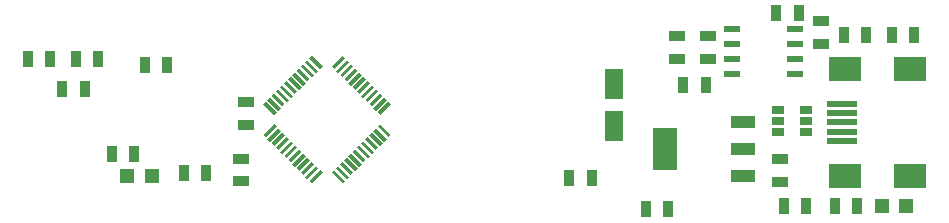
<source format=gtp>
G04 (created by PCBNEW (2013-07-07 BZR 4022)-stable) date 08/01/2015 19:31:04*
%MOIN*%
G04 Gerber Fmt 3.4, Leading zero omitted, Abs format*
%FSLAX34Y34*%
G01*
G70*
G90*
G04 APERTURE LIST*
%ADD10C,0.00590551*%
%ADD11R,0.035X0.055*%
%ADD12R,0.055X0.035*%
%ADD13R,0.08X0.144*%
%ADD14R,0.08X0.04*%
%ADD15R,0.0393701X0.0275591*%
%ADD16R,0.1X0.02*%
%ADD17R,0.11X0.0787402*%
%ADD18R,0.0472X0.0472*%
%ADD19R,0.063X0.1024*%
%ADD20R,0.0551X0.0236*%
G04 APERTURE END LIST*
G54D10*
G54D11*
X72525Y-32200D03*
X73275Y-32200D03*
X46525Y-36150D03*
X47275Y-36150D03*
X44475Y-33000D03*
X43725Y-33000D03*
X47625Y-33200D03*
X48375Y-33200D03*
X46075Y-33000D03*
X45325Y-33000D03*
G54D12*
X51000Y-34425D03*
X51000Y-35175D03*
G54D13*
X64950Y-36000D03*
G54D14*
X67550Y-36000D03*
X67550Y-35100D03*
X67550Y-36900D03*
G54D15*
X68727Y-34675D03*
X68727Y-35050D03*
X68727Y-35424D03*
X69672Y-35424D03*
X69672Y-35050D03*
X69672Y-34675D03*
G54D11*
X69675Y-37900D03*
X68925Y-37900D03*
X64325Y-38000D03*
X65075Y-38000D03*
X70625Y-37900D03*
X71375Y-37900D03*
G54D12*
X68800Y-37075D03*
X68800Y-36325D03*
G54D11*
X49675Y-36800D03*
X48925Y-36800D03*
X70925Y-32200D03*
X71675Y-32200D03*
X44875Y-34000D03*
X45625Y-34000D03*
G54D12*
X50836Y-37069D03*
X50836Y-36319D03*
G54D11*
X66325Y-33850D03*
X65575Y-33850D03*
X61775Y-36950D03*
X62525Y-36950D03*
G54D16*
X70850Y-35729D03*
X70850Y-35414D03*
X70850Y-35100D03*
X70850Y-34785D03*
X70850Y-34470D03*
G54D17*
X73131Y-36871D03*
X73131Y-33328D03*
X70965Y-36871D03*
X70965Y-33328D03*
G54D18*
X47863Y-36900D03*
X47037Y-36900D03*
X72187Y-37900D03*
X73013Y-37900D03*
G54D19*
X63264Y-35233D03*
X63264Y-33815D03*
G54D10*
G36*
X51988Y-35932D02*
X52350Y-35570D01*
X52433Y-35654D01*
X52071Y-36016D01*
X51988Y-35932D01*
X51988Y-35932D01*
G37*
G36*
X52127Y-36071D02*
X52489Y-35709D01*
X52572Y-35793D01*
X52210Y-36155D01*
X52127Y-36071D01*
X52127Y-36071D01*
G37*
G36*
X52266Y-36211D02*
X52628Y-35849D01*
X52712Y-35932D01*
X52350Y-36294D01*
X52266Y-36211D01*
X52266Y-36211D01*
G37*
G36*
X52405Y-36349D02*
X52767Y-35987D01*
X52850Y-36071D01*
X52488Y-36433D01*
X52405Y-36349D01*
X52405Y-36349D01*
G37*
G36*
X52544Y-36489D02*
X52906Y-36127D01*
X52990Y-36210D01*
X52628Y-36572D01*
X52544Y-36489D01*
X52544Y-36489D01*
G37*
G36*
X51570Y-35514D02*
X51932Y-35152D01*
X52015Y-35236D01*
X51653Y-35598D01*
X51570Y-35514D01*
X51570Y-35514D01*
G37*
G36*
X51709Y-35654D02*
X52071Y-35292D01*
X52154Y-35375D01*
X51792Y-35737D01*
X51709Y-35654D01*
X51709Y-35654D01*
G37*
G36*
X51848Y-35793D02*
X52210Y-35431D01*
X52294Y-35514D01*
X51932Y-35876D01*
X51848Y-35793D01*
X51848Y-35793D01*
G37*
G36*
X53852Y-36767D02*
X53936Y-36684D01*
X54298Y-37046D01*
X54214Y-37129D01*
X53852Y-36767D01*
X53852Y-36767D01*
G37*
G36*
X53992Y-36628D02*
X54075Y-36545D01*
X54437Y-36907D01*
X54354Y-36990D01*
X53992Y-36628D01*
X53992Y-36628D01*
G37*
G36*
X54131Y-36489D02*
X54214Y-36405D01*
X54576Y-36767D01*
X54493Y-36851D01*
X54131Y-36489D01*
X54131Y-36489D01*
G37*
G36*
X54270Y-36349D02*
X54354Y-36266D01*
X54716Y-36628D01*
X54632Y-36711D01*
X54270Y-36349D01*
X54270Y-36349D01*
G37*
G36*
X54409Y-36210D02*
X54493Y-36127D01*
X54855Y-36489D01*
X54771Y-36572D01*
X54409Y-36210D01*
X54409Y-36210D01*
G37*
G36*
X54549Y-36071D02*
X54632Y-35987D01*
X54994Y-36349D01*
X54911Y-36433D01*
X54549Y-36071D01*
X54549Y-36071D01*
G37*
G36*
X54687Y-35932D02*
X54771Y-35849D01*
X55133Y-36211D01*
X55049Y-36294D01*
X54687Y-35932D01*
X54687Y-35932D01*
G37*
G36*
X54827Y-35793D02*
X54910Y-35709D01*
X55272Y-36071D01*
X55189Y-36155D01*
X54827Y-35793D01*
X54827Y-35793D01*
G37*
G36*
X55384Y-34763D02*
X55746Y-34401D01*
X55829Y-34485D01*
X55467Y-34847D01*
X55384Y-34763D01*
X55384Y-34763D01*
G37*
G36*
X55245Y-34624D02*
X55607Y-34262D01*
X55690Y-34345D01*
X55328Y-34707D01*
X55245Y-34624D01*
X55245Y-34624D01*
G37*
G36*
X55105Y-34485D02*
X55467Y-34123D01*
X55551Y-34206D01*
X55189Y-34568D01*
X55105Y-34485D01*
X55105Y-34485D01*
G37*
G36*
X54966Y-34345D02*
X55328Y-33983D01*
X55411Y-34067D01*
X55049Y-34429D01*
X54966Y-34345D01*
X54966Y-34345D01*
G37*
G36*
X54827Y-34206D02*
X55189Y-33844D01*
X55272Y-33928D01*
X54910Y-34290D01*
X54827Y-34206D01*
X54827Y-34206D01*
G37*
G36*
X54687Y-34067D02*
X55049Y-33705D01*
X55133Y-33788D01*
X54771Y-34150D01*
X54687Y-34067D01*
X54687Y-34067D01*
G37*
G36*
X54549Y-33928D02*
X54911Y-33566D01*
X54994Y-33650D01*
X54632Y-34012D01*
X54549Y-33928D01*
X54549Y-33928D01*
G37*
G36*
X54409Y-33789D02*
X54771Y-33427D01*
X54855Y-33510D01*
X54493Y-33872D01*
X54409Y-33789D01*
X54409Y-33789D01*
G37*
G36*
X53101Y-32953D02*
X53185Y-32870D01*
X53547Y-33232D01*
X53463Y-33315D01*
X53101Y-32953D01*
X53101Y-32953D01*
G37*
G36*
X52962Y-33092D02*
X53045Y-33009D01*
X53407Y-33371D01*
X53324Y-33454D01*
X52962Y-33092D01*
X52962Y-33092D01*
G37*
G36*
X52823Y-33232D02*
X52906Y-33148D01*
X53268Y-33510D01*
X53185Y-33594D01*
X52823Y-33232D01*
X52823Y-33232D01*
G37*
G36*
X52683Y-33371D02*
X52767Y-33288D01*
X53129Y-33650D01*
X53045Y-33733D01*
X52683Y-33371D01*
X52683Y-33371D01*
G37*
G36*
X52544Y-33510D02*
X52628Y-33427D01*
X52990Y-33789D01*
X52906Y-33872D01*
X52544Y-33510D01*
X52544Y-33510D01*
G37*
G36*
X52405Y-33650D02*
X52488Y-33566D01*
X52850Y-33928D01*
X52767Y-34012D01*
X52405Y-33650D01*
X52405Y-33650D01*
G37*
G36*
X52266Y-33788D02*
X52350Y-33705D01*
X52712Y-34067D01*
X52628Y-34150D01*
X52266Y-33788D01*
X52266Y-33788D01*
G37*
G36*
X52127Y-33928D02*
X52210Y-33844D01*
X52572Y-34206D01*
X52489Y-34290D01*
X52127Y-33928D01*
X52127Y-33928D01*
G37*
G36*
X52683Y-36628D02*
X53045Y-36266D01*
X53129Y-36349D01*
X52767Y-36711D01*
X52683Y-36628D01*
X52683Y-36628D01*
G37*
G36*
X52823Y-36767D02*
X53185Y-36405D01*
X53268Y-36489D01*
X52906Y-36851D01*
X52823Y-36767D01*
X52823Y-36767D01*
G37*
G36*
X52962Y-36907D02*
X53324Y-36545D01*
X53407Y-36628D01*
X53045Y-36990D01*
X52962Y-36907D01*
X52962Y-36907D01*
G37*
G36*
X53101Y-37046D02*
X53463Y-36684D01*
X53547Y-36767D01*
X53185Y-37129D01*
X53101Y-37046D01*
X53101Y-37046D01*
G37*
G36*
X54966Y-35654D02*
X55049Y-35570D01*
X55411Y-35932D01*
X55328Y-36016D01*
X54966Y-35654D01*
X54966Y-35654D01*
G37*
G36*
X55105Y-35514D02*
X55189Y-35431D01*
X55551Y-35793D01*
X55467Y-35876D01*
X55105Y-35514D01*
X55105Y-35514D01*
G37*
G36*
X55245Y-35375D02*
X55328Y-35292D01*
X55690Y-35654D01*
X55607Y-35737D01*
X55245Y-35375D01*
X55245Y-35375D01*
G37*
G36*
X55384Y-35236D02*
X55467Y-35152D01*
X55829Y-35514D01*
X55746Y-35598D01*
X55384Y-35236D01*
X55384Y-35236D01*
G37*
G36*
X54270Y-33650D02*
X54632Y-33288D01*
X54716Y-33371D01*
X54354Y-33733D01*
X54270Y-33650D01*
X54270Y-33650D01*
G37*
G36*
X54131Y-33510D02*
X54493Y-33148D01*
X54576Y-33232D01*
X54214Y-33594D01*
X54131Y-33510D01*
X54131Y-33510D01*
G37*
G36*
X53992Y-33371D02*
X54354Y-33009D01*
X54437Y-33092D01*
X54075Y-33454D01*
X53992Y-33371D01*
X53992Y-33371D01*
G37*
G36*
X53852Y-33232D02*
X54214Y-32870D01*
X54298Y-32953D01*
X53936Y-33315D01*
X53852Y-33232D01*
X53852Y-33232D01*
G37*
G36*
X51988Y-34067D02*
X52071Y-33983D01*
X52433Y-34345D01*
X52350Y-34429D01*
X51988Y-34067D01*
X51988Y-34067D01*
G37*
G36*
X51848Y-34206D02*
X51932Y-34123D01*
X52294Y-34485D01*
X52210Y-34568D01*
X51848Y-34206D01*
X51848Y-34206D01*
G37*
G36*
X51709Y-34345D02*
X51792Y-34262D01*
X52154Y-34624D01*
X52071Y-34707D01*
X51709Y-34345D01*
X51709Y-34345D01*
G37*
G36*
X51570Y-34485D02*
X51653Y-34401D01*
X52015Y-34763D01*
X51932Y-34847D01*
X51570Y-34485D01*
X51570Y-34485D01*
G37*
G54D20*
X69300Y-32000D03*
X67200Y-32000D03*
X69300Y-32500D03*
X69300Y-33000D03*
X69300Y-33500D03*
X67200Y-32500D03*
X67200Y-33000D03*
X67200Y-33500D03*
G54D12*
X65350Y-32975D03*
X65350Y-32225D03*
X66400Y-32225D03*
X66400Y-32975D03*
G54D11*
X69425Y-31450D03*
X68675Y-31450D03*
G54D12*
X70150Y-31725D03*
X70150Y-32475D03*
M02*

</source>
